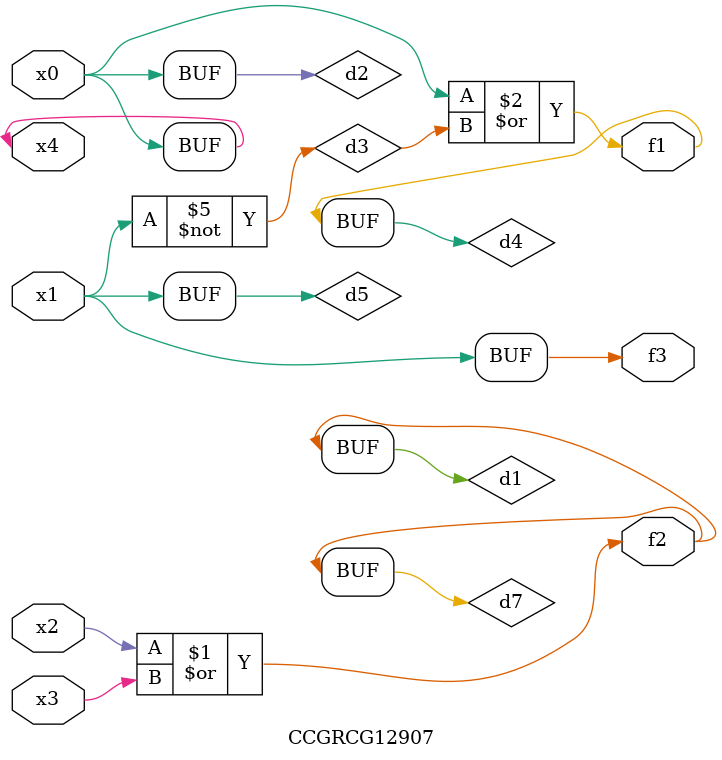
<source format=v>
module CCGRCG12907(
	input x0, x1, x2, x3, x4,
	output f1, f2, f3
);

	wire d1, d2, d3, d4, d5, d6, d7;

	or (d1, x2, x3);
	buf (d2, x0, x4);
	not (d3, x1);
	or (d4, d2, d3);
	not (d5, d3);
	nand (d6, d1, d3);
	or (d7, d1);
	assign f1 = d4;
	assign f2 = d7;
	assign f3 = d5;
endmodule

</source>
